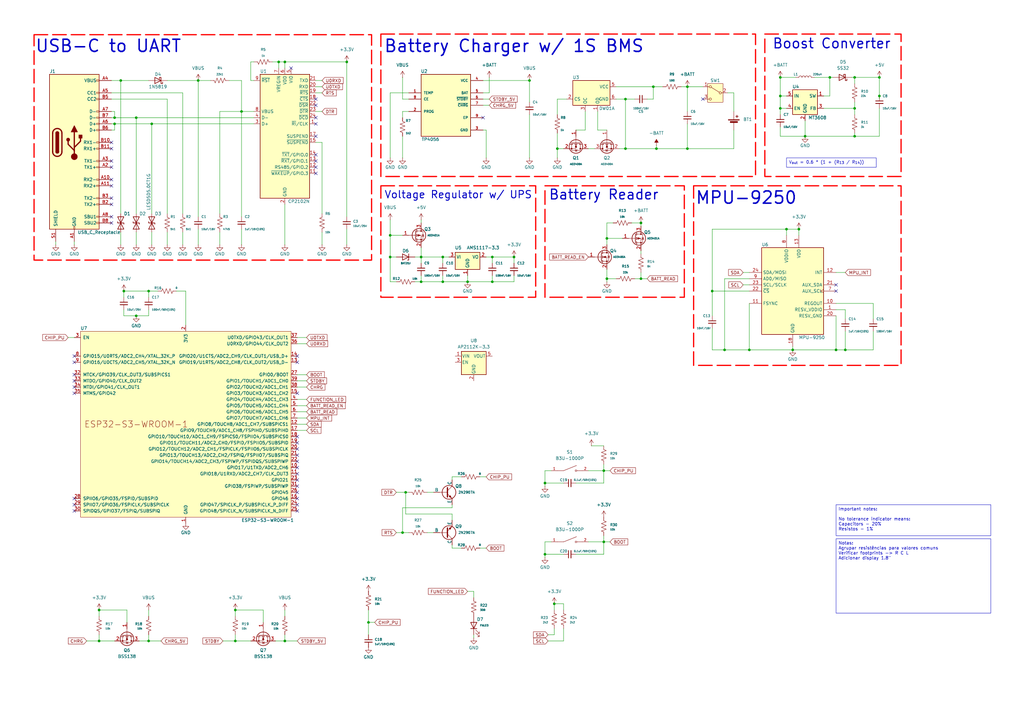
<source format=kicad_sch>
(kicad_sch (version 20231120) (generator "eeschema") (generator_version "8.0")
  (paper "A3")
  (title_block (title "IMU-RC Hand Unit") (date "2024-10-17") (rev "1.04") (company "ESTG-IPL"))
  (junction (at 322.58 93.98))
  (junction (at 350.52 55.88))
  (junction (at 81.28 33.02))
  (junction (at 172.72 115.57))
  (junction (at 262.89 114.3))
  (junction (at 228.6 60.96))
  (junction (at 217.17 33.02))
  (junction (at 281.94 60.96))
  (junction (at 320.04 31.75))
  (junction (at 248.92 97.79))
  (junction (at 60.96 119.38))
  (junction (at 181.61 115.57))
  (junction (at 223.52 198.12))
  (junction (at 320.04 39.37))
  (junction (at 46.99 48.26))
  (junction (at 46.99 50.8))
  (junction (at 269.24 60.96))
  (junction (at 49.53 33.02))
  (junction (at 256.54 60.96))
  (junction (at 96.52 262.89))
  (junction (at 160.02 105.41))
  (junction (at 201.93 105.41))
  (junction (at 96.52 250.19))
  (junction (at 262.89 91.44))
  (junction (at 267.97 35.56))
  (junction (at 346.71 143.51))
  (junction (at 62.23 50.8))
  (junction (at 360.68 39.37))
  (junction (at 142.24 25.4))
  (junction (at 248.92 114.3))
  (junction (at 166.37 201.93))
  (junction (at 201.93 115.57))
  (junction (at 55.88 48.26))
  (junction (at 116.84 25.4))
  (junction (at 40.64 262.89))
  (junction (at 223.52 227.33))
  (junction (at 160.02 96.52))
  (junction (at 210.82 105.41))
  (junction (at 297.18 143.51))
  (junction (at 281.94 35.56))
  (junction (at 256.54 40.64))
  (junction (at 350.52 31.75))
  (junction (at 181.61 105.41))
  (junction (at 55.88 129.54))
  (junction (at 165.1 218.44))
  (junction (at 307.34 143.51))
  (junction (at 350.52 44.45))
  (junction (at 342.9 143.51))
  (junction (at 247.65 193.04))
  (junction (at 320.04 44.45))
  (junction (at 151.13 255.27))
  (junction (at 325.12 143.51))
  (junction (at 114.3 25.4))
  (junction (at 340.36 31.75))
  (junction (at 360.68 31.75))
  (junction (at 327.66 93.98))
  (junction (at 227.33 247.65))
  (junction (at 50.8 119.38))
  (junction (at 116.84 262.89))
  (junction (at 330.2 55.88))
  (junction (at 172.72 105.41))
  (junction (at 60.96 262.89))
  (junction (at 292.1 119.38))
  (junction (at 191.77 115.57))
  (junction (at 99.06 45.72))
  (junction (at 247.65 222.25))
  (junction (at 40.64 250.19))
  (no_connect (at 288.29 40.64))
  (no_connect (at 30.48 153.67))
  (no_connect (at 121.92 161.29))
  (no_connect (at 121.92 184.15))
  (no_connect (at 121.92 148.59))
  (no_connect (at 45.72 66.04))
  (no_connect (at 129.54 66.04))
  (no_connect (at 30.48 146.05))
  (no_connect (at 45.72 58.42))
  (no_connect (at 121.92 191.77))
  (no_connect (at 121.92 204.47))
  (no_connect (at 129.54 40.64))
  (no_connect (at 45.72 60.96))
  (no_connect (at 30.48 156.21))
  (no_connect (at 129.54 48.26))
  (no_connect (at 129.54 63.5))
  (no_connect (at 45.72 68.58))
  (no_connect (at 121.92 186.69))
  (no_connect (at 30.48 148.59))
  (no_connect (at 45.72 73.66))
  (no_connect (at 121.92 209.55))
  (no_connect (at 45.72 81.28))
  (no_connect (at 30.48 204.47))
  (no_connect (at 121.92 194.31))
  (no_connect (at 30.48 209.55))
  (no_connect (at 342.9 119.38))
  (no_connect (at 342.9 116.84))
  (no_connect (at 45.72 76.2))
  (no_connect (at 121.92 201.93))
  (no_connect (at 30.48 158.75))
  (no_connect (at 129.54 43.18))
  (no_connect (at 119.38 27.94))
  (no_connect (at 129.54 71.12))
  (no_connect (at 45.72 91.44))
  (no_connect (at 129.54 68.58))
  (no_connect (at 45.72 83.82))
  (no_connect (at 129.54 50.8))
  (no_connect (at 121.92 207.01))
  (no_connect (at 121.92 179.07))
  (no_connect (at 129.54 55.88))
  (no_connect (at 30.48 207.01))
  (no_connect (at 121.92 189.23))
  (no_connect (at 121.92 181.61))
  (no_connect (at 198.12 48.26))
  (no_connect (at 121.92 199.39))
  (no_connect (at 121.92 146.05))
  (no_connect (at 45.72 88.9))
  (no_connect (at 30.48 161.29))
  (no_connect (at 121.92 196.85))
  (wire (pts (xy 162.56 218.44) (xy 165.1 218.44)))
  (wire (pts (xy 262.89 91.44) (xy 262.89 92.71)))
  (wire (pts (xy 160.02 38.1) (xy 167.64 38.1)))
  (wire (pts (xy 99.06 45.72) (xy 99.06 88.9)))
  (wire (pts (xy 196.85 195.58) (xy 199.39 195.58)))
  (wire (pts (xy 45.72 33.02) (xy 49.53 33.02)))
  (wire (pts (xy 55.88 87.63) (xy 55.88 48.26)))
  (wire (pts (xy 60.96 262.89) (xy 60.96 260.35)))
  (wire (pts (xy 224.79 260.35) (xy 227.33 260.35)))
  (wire (pts (xy 223.52 198.12) (xy 223.52 193.04)))
  (wire (pts (xy 40.64 262.89) (xy 35.56 262.89)))
  (wire (pts (xy 102.87 25.4) (xy 104.14 25.4)))
  (wire (pts (xy 166.37 210.82) (xy 166.37 201.93)))
  (wire (pts (xy 129.54 45.72) (xy 132.08 45.72)))
  (wire (pts (xy 191.77 113.03) (xy 191.77 115.57)))
  (wire (pts (xy 292.1 119.38) (xy 307.34 119.38)))
  (wire (pts (xy 99.06 93.98) (xy 99.06 100.33)))
  (wire (pts (xy 346.71 130.81) (xy 346.71 127)))
  (wire (pts (xy 342.9 129.54) (xy 342.9 143.51)))
  (wire (pts (xy 114.3 25.4) (xy 111.76 25.4)))
  (wire (pts (xy 304.8 116.84) (xy 307.34 116.84)))
  (wire (pts (xy 228.6 60.96) (xy 231.14 60.96)))
  (wire (pts (xy 228.6 54.61) (xy 228.6 60.96)))
  (wire (pts (xy 297.18 143.51) (xy 307.34 143.51)))
  (wire (pts (xy 57.15 262.89) (xy 60.96 262.89)))
  (wire (pts (xy 198.12 33.02) (xy 217.17 33.02)))
  (wire (pts (xy 281.94 35.56) (xy 288.29 35.56)))
  (wire (pts (xy 247.65 190.5) (xy 247.65 193.04)))
  (wire (pts (xy 172.72 105.41) (xy 181.61 105.41)))
  (wire (pts (xy 325.12 142.24) (xy 325.12 143.51)))
  (wire (pts (xy 116.84 250.19) (xy 116.84 252.73)))
  (wire (pts (xy 49.53 33.02) (xy 49.53 87.63)))
  (wire (pts (xy 129.54 33.02) (xy 132.08 33.02)))
  (wire (pts (xy 358.14 135.89) (xy 358.14 143.51)))
  (wire (pts (xy 121.92 153.67) (xy 125.73 153.67)))
  (wire (pts (xy 198.12 43.18) (xy 200.66 43.18)))
  (wire (pts (xy 129.54 35.56) (xy 132.08 35.56)))
  (wire (pts (xy 256.54 40.64) (xy 256.54 60.96)))
  (wire (pts (xy 248.92 97.79) (xy 255.27 97.79)))
  (wire (pts (xy 165.1 208.28) (xy 165.1 218.44)))
  (wire (pts (xy 300.99 38.1) (xy 300.99 45.72)))
  (wire (pts (xy 30.48 100.33) (xy 30.48 99.06)))
  (wire (pts (xy 281.94 35.56) (xy 281.94 45.72)))
  (wire (pts (xy 360.68 40.64) (xy 360.68 39.37)))
  (wire (pts (xy 165.1 40.64) (xy 167.64 40.64)))
  (wire (pts (xy 297.18 114.3) (xy 297.18 143.51)))
  (wire (pts (xy 151.13 250.19) (xy 151.13 255.27)))
  (wire (pts (xy 201.93 107.95) (xy 201.93 105.41)))
  (wire (pts (xy 60.96 262.89) (xy 66.04 262.89)))
  (wire (pts (xy 160.02 96.52) (xy 165.1 96.52)))
  (wire (pts (xy 132.08 58.42) (xy 129.54 58.42)))
  (wire (pts (xy 340.36 31.75) (xy 334.01 31.75)))
  (wire (pts (xy 247.65 182.88) (xy 242.57 182.88)))
  (wire (pts (xy 248.92 114.3) (xy 248.92 115.57)))
  (wire (pts (xy 46.99 50.8) (xy 46.99 53.34)))
  (wire (pts (xy 267.97 35.56) (xy 271.78 35.56)))
  (wire (pts (xy 181.61 105.41) (xy 181.61 107.95)))
  (wire (pts (xy 142.24 25.4) (xy 142.24 88.9)))
  (wire (pts (xy 81.28 88.9) (xy 81.28 33.02)))
  (wire (pts (xy 160.02 90.17) (xy 160.02 96.52)))
  (wire (pts (xy 185.42 210.82) (xy 166.37 210.82)))
  (wire (pts (xy 185.42 207.01) (xy 185.42 208.28)))
  (wire (pts (xy 248.92 53.34) (xy 245.11 53.34)))
  (wire (pts (xy 181.61 115.57) (xy 181.61 113.03)))
  (wire (pts (xy 142.24 93.98) (xy 142.24 100.33)))
  (wire (pts (xy 50.8 119.38) (xy 50.8 121.92)))
  (wire (pts (xy 346.71 127) (xy 342.9 127)))
  (wire (pts (xy 262.89 102.87) (xy 262.89 104.14)))
  (wire (pts (xy 320.04 39.37) (xy 320.04 44.45)))
  (wire (pts (xy 45.72 48.26) (xy 46.99 48.26)))
  (wire (pts (xy 269.24 59.69) (xy 269.24 60.96)))
  (wire (pts (xy 250.19 193.04) (xy 247.65 193.04)))
  (wire (pts (xy 185.42 195.58) (xy 189.23 195.58)))
  (wire (pts (xy 327.66 96.52) (xy 327.66 93.98)))
  (wire (pts (xy 320.04 31.75) (xy 320.04 39.37)))
  (wire (pts (xy 267.97 40.64) (xy 267.97 35.56)))
  (wire (pts (xy 250.19 222.25) (xy 247.65 222.25)))
  (wire (pts (xy 60.96 121.92) (xy 60.96 119.38)))
  (wire (pts (xy 121.92 176.53) (xy 125.73 176.53)))
  (wire (pts (xy 90.17 45.72) (xy 99.06 45.72)))
  (wire (pts (xy 350.52 44.45) (xy 350.52 46.99)))
  (wire (pts (xy 151.13 255.27) (xy 151.13 260.35)))
  (wire (pts (xy 55.88 48.26) (xy 104.14 48.26)))
  (wire (pts (xy 201.93 113.03) (xy 201.93 115.57)))
  (wire (pts (xy 350.52 31.75) (xy 360.68 31.75)))
  (wire (pts (xy 116.84 27.94) (xy 116.84 25.4)))
  (wire (pts (xy 160.02 105.41) (xy 160.02 96.52)))
  (wire (pts (xy 170.18 115.57) (xy 172.72 115.57)))
  (wire (pts (xy 304.8 111.76) (xy 307.34 111.76)))
  (wire (pts (xy 320.04 39.37) (xy 322.58 39.37)))
  (wire (pts (xy 121.92 156.21) (xy 125.73 156.21)))
  (wire (pts (xy 248.92 91.44) (xy 248.92 97.79)))
  (wire (pts (xy 167.64 201.93) (xy 166.37 201.93)))
  (wire (pts (xy 116.84 262.89) (xy 121.92 262.89)))
  (wire (pts (xy 217.17 46.99) (xy 217.17 64.77)))
  (wire (pts (xy 46.99 48.26) (xy 55.88 48.26)))
  (wire (pts (xy 107.95 255.27) (xy 107.95 250.19)))
  (wire (pts (xy 241.3 60.96) (xy 243.84 60.96)))
  (wire (pts (xy 96.52 262.89) (xy 96.52 260.35)))
  (wire (pts (xy 248.92 114.3) (xy 252.73 114.3)))
  (wire (pts (xy 40.64 262.89) (xy 46.99 262.89)))
  (wire (pts (xy 269.24 60.96) (xy 281.94 60.96)))
  (wire (pts (xy 251.46 91.44) (xy 248.92 91.44)))
  (wire (pts (xy 165.1 55.88) (xy 165.1 64.77)))
  (wire (pts (xy 185.42 196.85) (xy 185.42 195.58)))
  (wire (pts (xy 322.58 93.98) (xy 327.66 93.98)))
  (wire (pts (xy 228.6 40.64) (xy 232.41 40.64)))
  (wire (pts (xy 201.93 115.57) (xy 210.82 115.57)))
  (wire (pts (xy 262.89 114.3) (xy 265.43 114.3)))
  (wire (pts (xy 292.1 93.98) (xy 292.1 119.38)))
  (wire (pts (xy 224.79 262.89) (xy 231.14 262.89)))
  (wire (pts (xy 68.58 40.64) (xy 45.72 40.64)))
  (wire (pts (xy 151.13 255.27) (xy 153.67 255.27)))
  (wire (pts (xy 358.14 124.46) (xy 358.14 130.81)))
  (wire (pts (xy 72.39 119.38) (xy 76.2 119.38)))
  (wire (pts (xy 337.82 39.37) (xy 340.36 39.37)))
  (wire (pts (xy 81.28 33.02) (xy 86.36 33.02)))
  (wire (pts (xy 74.93 95.25) (xy 74.93 100.33)))
  (wire (pts (xy 231.14 247.65) (xy 231.14 250.19)))
  (wire (pts (xy 292.1 93.98) (xy 322.58 93.98)))
  (wire (pts (xy 252.73 40.64) (xy 256.54 40.64)))
  (wire (pts (xy 201.93 105.41) (xy 210.82 105.41)))
  (wire (pts (xy 121.92 158.75) (xy 125.73 158.75)))
  (wire (pts (xy 60.96 129.54) (xy 55.88 129.54)))
  (wire (pts (xy 160.02 105.41) (xy 162.56 105.41)))
  (wire (pts (xy 165.1 45.72) (xy 165.1 48.26)))
  (wire (pts (xy 49.53 95.25) (xy 49.53 100.33)))
  (wire (pts (xy 62.23 87.63) (xy 62.23 50.8)))
  (wire (pts (xy 210.82 107.95) (xy 210.82 105.41)))
  (wire (pts (xy 307.34 143.51) (xy 325.12 143.51)))
  (wire (pts (xy 46.99 53.34) (xy 45.72 53.34)))
  (wire (pts (xy 60.96 250.19) (xy 60.96 252.73)))
  (wire (pts (xy 45.72 50.8) (xy 46.99 50.8)))
  (wire (pts (xy 247.65 227.33) (xy 247.65 222.25)))
  (wire (pts (xy 228.6 60.96) (xy 228.6 64.77)))
  (wire (pts (xy 240.03 53.34) (xy 240.03 45.72)))
  (wire (pts (xy 262.89 114.3) (xy 262.89 111.76)))
  (wire (pts (xy 160.02 64.77) (xy 160.02 38.1)))
  (wire (pts (xy 245.11 53.34) (xy 245.11 45.72)))
  (wire (pts (xy 172.72 101.6) (xy 172.72 105.41)))
  (wire (pts (xy 102.87 33.02) (xy 102.87 25.4)))
  (wire (pts (xy 40.64 250.19) (xy 40.64 252.73)))
  (wire (pts (xy 172.72 115.57) (xy 181.61 115.57)))
  (wire (pts (xy 121.92 166.37) (xy 125.73 166.37)))
  (wire (pts (xy 99.06 33.02) (xy 99.06 45.72)))
  (wire (pts (xy 330.2 55.88) (xy 330.2 49.53)))
  (wire (pts (xy 74.93 87.63) (xy 74.93 38.1)))
  (wire (pts (xy 322.58 96.52) (xy 322.58 93.98)))
  (wire (pts (xy 346.71 135.89) (xy 346.71 143.51)))
  (wire (pts (xy 340.36 39.37) (xy 340.36 31.75)))
  (wire (pts (xy 185.42 213.36) (xy 185.42 210.82)))
  (wire (pts (xy 68.58 33.02) (xy 81.28 33.02)))
  (wire (pts (xy 252.73 35.56) (xy 267.97 35.56)))
  (wire (pts (xy 46.99 45.72) (xy 45.72 45.72)))
  (wire (pts (xy 49.53 33.02) (xy 60.96 33.02)))
  (wire (pts (xy 170.18 105.41) (xy 172.72 105.41)))
  (wire (pts (xy 320.04 55.88) (xy 320.04 52.07)))
  (wire (pts (xy 46.99 50.8) (xy 62.23 50.8)))
  (wire (pts (xy 256.54 60.96) (xy 269.24 60.96)))
  (wire (pts (xy 160.02 105.41) (xy 160.02 115.57)))
  (wire (pts (xy 172.72 90.17) (xy 172.72 91.44)))
  (wire (pts (xy 337.82 44.45) (xy 350.52 44.45)))
  (wire (pts (xy 172.72 113.03) (xy 172.72 115.57)))
  (wire (pts (xy 231.14 262.89) (xy 231.14 257.81)))
  (wire (pts (xy 350.52 31.75) (xy 350.52 34.29)))
  (wire (pts (xy 320.04 31.75) (xy 326.39 31.75)))
  (wire (pts (xy 247.65 219.71) (xy 247.65 222.25)))
  (wire (pts (xy 96.52 250.19) (xy 96.52 252.73)))
  (wire (pts (xy 62.23 95.25) (xy 62.23 100.33)))
  (wire (pts (xy 248.92 100.33) (xy 248.92 97.79)))
  (wire (pts (xy 228.6 46.99) (xy 228.6 40.64)))
  (wire (pts (xy 281.94 60.96) (xy 300.99 60.96)))
  (wire (pts (xy 279.4 35.56) (xy 281.94 35.56)))
  (wire (pts (xy 320.04 44.45) (xy 320.04 46.99)))
  (wire (pts (xy 62.23 50.8) (xy 104.14 50.8)))
  (wire (pts (xy 165.1 45.72) (xy 167.64 45.72)))
  (wire (pts (xy 68.58 87.63) (xy 68.58 40.64)))
  (wire (pts (xy 90.17 45.72) (xy 90.17 87.63)))
  (wire (pts (xy 68.58 95.25) (xy 68.58 100.33)))
  (wire (pts (xy 175.26 201.93) (xy 177.8 201.93)))
  (wire (pts (xy 320.04 55.88) (xy 330.2 55.88)))
  (wire (pts (xy 55.88 129.54) (xy 50.8 129.54)))
  (wire (pts (xy 300.99 60.96) (xy 300.99 53.34)))
  (wire (pts (xy 360.68 44.45) (xy 360.68 55.88)))
  (wire (pts (xy 175.26 218.44) (xy 177.8 218.44)))
  (wire (pts (xy 50.8 119.38) (xy 60.96 119.38)))
  (wire (pts (xy 236.22 53.34) (xy 240.03 53.34)))
  (wire (pts (xy 172.72 107.95) (xy 172.72 105.41)))
  (wire (pts (xy 292.1 129.54) (xy 292.1 119.38)))
  (wire (pts (xy 96.52 262.89) (xy 102.87 262.89)))
  (wire (pts (xy 113.03 262.89) (xy 116.84 262.89)))
  (wire (pts (xy 198.12 40.64) (xy 200.66 40.64)))
  (wire (pts (xy 121.92 140.97) (xy 125.73 140.97)))
  (wire (pts (xy 256.54 40.64) (xy 260.35 40.64)))
  (wire (pts (xy 52.07 250.19) (xy 40.64 250.19)))
  (wire (pts (xy 292.1 134.62) (xy 292.1 143.51)))
  (wire (pts (xy 342.9 111.76) (xy 346.71 111.76)))
  (wire (pts (xy 247.65 198.12) (xy 247.65 193.04)))
  (wire (pts (xy 60.96 127) (xy 60.96 129.54)))
  (wire (pts (xy 40.64 262.89) (xy 40.64 260.35)))
  (wire (pts (xy 121.92 173.99) (xy 125.73 173.99)))
  (wire (pts (xy 342.9 124.46) (xy 358.14 124.46)))
  (wire (pts (xy 96.52 262.89) (xy 91.44 262.89)))
  (wire (pts (xy 227.33 247.65) (xy 231.14 247.65)))
  (wire (pts (xy 320.04 44.45) (xy 322.58 44.45)))
  (wire (pts (xy 350.52 41.91) (xy 350.52 44.45)))
  (wire (pts (xy 185.42 208.28) (xy 165.1 208.28)))
  (wire (pts (xy 121.92 163.83) (xy 125.73 163.83)))
  (wire (pts (xy 223.52 227.33) (xy 231.14 227.33)))
  (wire (pts (xy 107.95 250.19) (xy 96.52 250.19)))
  (wire (pts (xy 350.52 54.61) (xy 350.52 55.88)))
  (wire (pts (xy 198.12 38.1) (xy 200.66 38.1)))
  (wire (pts (xy 201.93 115.57) (xy 191.77 115.57)))
  (wire (pts (xy 265.43 40.64) (xy 267.97 40.64)))
  (wire (pts (xy 45.72 38.1) (xy 74.93 38.1)))
  (wire (pts (xy 217.17 33.02) (xy 217.17 41.91)))
  (wire (pts (xy 236.22 227.33) (xy 247.65 227.33)))
  (wire (pts (xy 346.71 143.51) (xy 342.9 143.51)))
  (wire (pts (xy 360.68 39.37) (xy 360.68 31.75)))
  (wire (pts (xy 223.52 193.04) (xy 226.06 193.04)))
  (wire (pts (xy 129.54 38.1) (xy 132.08 38.1)))
  (wire (pts (xy 104.14 33.02) (xy 102.87 33.02)))
  (wire (pts (xy 200.66 38.1) (xy 200.66 31.75)))
  (wire (pts (xy 307.34 114.3) (xy 297.18 114.3)))
  (wire (pts (xy 90.17 95.25) (xy 90.17 100.33)))
  (wire (pts (xy 121.92 171.45) (xy 125.73 171.45)))
  (wire (pts (xy 191.77 242.57) (xy 194.31 242.57)))
  (wire (pts (xy 259.08 91.44) (xy 262.89 91.44)))
  (wire (pts (xy 50.8 129.54) (xy 50.8 127)))
  (wire (pts (xy 199.39 53.34) (xy 198.12 53.34)))
  (wire (pts (xy 307.34 124.46) (xy 307.34 143.51)))
  (wire (pts (xy 360.68 55.88) (xy 350.52 55.88)))
  (wire (pts (xy 210.82 113.03) (xy 210.82 115.57)))
  (wire (pts (xy 160.02 115.57) (xy 162.56 115.57)))
  (wire (pts (xy 241.3 222.25) (xy 247.65 222.25)))
  (wire (pts (xy 99.06 45.72) (xy 104.14 45.72)))
  (wire (pts (xy 121.92 138.43) (xy 125.73 138.43)))
  (wire (pts (xy 227.33 250.19) (xy 227.33 247.65)))
  (wire (pts (xy 241.3 193.04) (xy 247.65 193.04)))
  (wire (pts (xy 185.42 224.79) (xy 189.23 224.79)))
  (wire (pts (xy 116.84 262.89) (xy 116.84 260.35)))
  (wire (pts (xy 248.92 110.49) (xy 248.92 114.3)))
  (wire (pts (xy 223.52 198.12) (xy 231.14 198.12)))
  (wire (pts (xy 162.56 201.93) (xy 166.37 201.93)))
  (wire (pts (xy 223.52 199.39) (xy 223.52 198.12)))
  (wire (pts (xy 22.86 99.06) (xy 22.86 100.33)))
  (wire (pts (xy 116.84 83.82) (xy 116.84 100.33)))
  (wire (pts (xy 27.94 138.43) (xy 30.48 138.43)))
  (wire (pts (xy 236.22 198.12) (xy 247.65 198.12)))
  (wire (pts (xy 81.28 93.98) (xy 81.28 100.33)))
  (wire (pts (xy 114.3 27.94) (xy 114.3 25.4)))
  (wire (pts (xy 292.1 143.51) (xy 297.18 143.51)))
  (wire (pts (xy 194.31 261.62) (xy 194.31 260.35)))
  (wire (pts (xy 60.96 119.38) (xy 64.77 119.38)))
  (wire (pts (xy 116.84 25.4) (xy 114.3 25.4)))
  (wire (pts (xy 340.36 31.75) (xy 341.63 31.75)))
  (wire (pts (xy 194.31 242.57) (xy 194.31 245.11)))
  (wire (pts (xy 223.52 228.6) (xy 223.52 227.33)))
  (wire (pts (xy 201.93 105.41) (xy 199.39 105.41)))
  (wire (pts (xy 349.25 31.75) (xy 350.52 31.75)))
  (wire (pts (xy 165.1 31.75) (xy 165.1 40.64)))
  (wire (pts (xy 223.52 227.33) (xy 223.52 222.25)))
  (wire (pts (xy 165.1 218.44) (xy 167.64 218.44)))
  (wire (pts (xy 52.07 255.27) (xy 52.07 250.19)))
  (wire (pts (xy 116.84 25.4) (xy 142.24 25.4)))
  (wire (pts (xy 199.39 64.77) (xy 199.39 53.34)))
  (wire (pts (xy 254 60.96) (xy 256.54 60.96)))
  (wire (pts (xy 300.99 38.1) (xy 298.45 38.1)))
  (wire (pts (xy 185.42 223.52) (xy 185.42 224.79)))
  (wire (pts (xy 46.99 48.26) (xy 46.99 45.72)))
  (wire (pts (xy 223.52 222.25) (xy 226.06 222.25)))
  (wire (pts (xy 191.77 115.57) (xy 181.61 115.57)))
  (wire (pts (xy 76.2 119.38) (xy 76.2 133.35)))
  (wire (pts (xy 132.08 87.63) (xy 132.08 58.42)))
  (wire (pts (xy 330.2 55.88) (xy 350.52 55.88)))
  (wire (pts (xy 55.88 95.25) (xy 55.88 100.33)))
  (wire (pts (xy 132.08 95.25) (xy 132.08 100.33)))
  (wire (pts (xy 93.98 33.02) (xy 99.06 33.02)))
  (wire (pts (xy 358.14 143.51) (xy 346.71 143.51)))
  (wire (pts (xy 181.61 105.41) (xy 184.15 105.41)))
  (wire (pts (xy 260.35 114.3) (xy 262.89 114.3)))
  (wire (pts (xy 227.33 260.35) (xy 227.33 257.81)))
  (wire (pts (xy 281.94 50.8) (xy 281.94 60.96)))
  (wire (pts (xy 121.92 168.91) (xy 125.73 168.91)))
  (wire (pts (xy 196.85 224.79) (xy 199.39 224.79)))
  (wire (pts (xy 342.9 143.51) (xy 325.12 143.51)))
  (rectangle (start 156.21 76.2) (end 219.71 121.92) (stroke (width 0.508) (type dash) (color 255 0 0 1)))
  (rectangle (start 313.69 13.97) (end 369.57 72.39) (stroke (width 0.508) (type dash) (color 255 0 0 1)))
  (rectangle (start 156.21 13.97) (end 309.88 72.39) (stroke (width 0.508) (type dash) (color 255 0 0 1)))
  (rectangle (start 284.48 76.2) (end 369.57 149.86) (stroke (width 0.508) (type dash) (color 255 0 0 1)))
  (rectangle (start 13.97 14.224) (end 152.4 106.68) (stroke (width 0.508) (type dash) (color 255 0 0 1)))
  (rectangle (start 223.52 76.2) (end 280.67 121.92) (stroke (width 0.508) (type dash) (color 255 0 0 1)))
  (text_box "V_{out} = 0.6 * (1 + (R_{13} / R_{14}))" (at 322.58 64.77 0) (size 36.83 3.81) (effects (font (size 1.27 1.27)) (justify left top)))
  (text_box "Notas:\nAgrupar resistências para valores comuns\nVerificar footprints -> R C L\nAdicionar display 1.8\"" (at 342.9 220.98 0) (size 63.5 30.48) (effects (font (size 1.27 1.27) (thickness 0.1588)) (justify left top)))
  (text_box "Important notes:\n\nNo tolerance indicator means:\nCapacitors - 20%\nResistos - 1%" (at 342.9 207.01 0) (size 63.5 12.7) (effects (font (size 1.27 1.27) (thickness 0.1588)) (justify left top)))
  (text "Voltage Regulator w/ UPS" (at 187.96 80.01 0) (effects (font (size 3 3) (thickness 0.375))))
  (text "Battery Charger w/ 1S BMS\n" (at 210.82 19.05 0) (effects (font (size 5 5) (thickness 0.625))))
  (text "USB-C to UART" (at 44.45 19.05 0) (effects (font (size 5 5) (thickness 0.625))))
  (text "Battery Reader\n" (at 247.65 80.01 0) (effects (font (size 4 4) (thickness 0.5))))
  (text "Boost Converter\n" (at 341.122 18.034 0) (effects (font (size 4 4) (thickness 0.5))))
  (text "MPU-9250\n" (at 306.07 81.28 0) (effects (font (size 5 5) (thickness 0.625))))
  (global_label "SDA" (shape input) (at 125.73 173.99 0) (property "Intersheetrefs" "${INTERSHEET_REFS}" (effects (hide yes))))
  (global_label "BOOT" (shape input) (at 250.19 222.25 0) (property "Intersheetrefs" "${INTERSHEET_REFS}" (effects (hide yes))))
  (global_label "BATT_READ_EN" (shape input) (at 125.73 166.37 0) (property "Intersheetrefs" "${INTERSHEET_REFS}" (effects (hide yes))))
  (global_label "CHIP_PU" (shape input) (at 27.94 138.43 180) (property "Intersheetrefs" "${INTERSHEET_REFS}" (effects (hide yes))))
  (global_label "FUNCTION_LED" (shape input) (at 125.73 163.83 0) (property "Intersheetrefs" "${INTERSHEET_REFS}" (effects (hide yes))))
  (global_label "BATT_READ" (shape input) (at 265.43 114.3 0) (property "Intersheetrefs" "${INTERSHEET_REFS}" (effects (hide yes))))
  (global_label "SCL" (shape input) (at 304.8 116.84 180) (property "Intersheetrefs" "${INTERSHEET_REFS}" (effects (hide yes))))
  (global_label "CHIP_PU" (shape input) (at 199.39 195.58 0) (property "Intersheetrefs" "${INTERSHEET_REFS}" (effects (hide yes))))
  (global_label "CHIP_PU" (shape input) (at 250.19 193.04 0) (property "Intersheetrefs" "${INTERSHEET_REFS}" (effects (hide yes))))
  (global_label "MPU_INT" (shape input) (at 346.71 111.76 0) (property "Intersheetrefs" "${INTERSHEET_REFS}" (effects (hide yes))))
  (global_label "STDBY" (shape input) (at 125.73 156.21 0) (property "Intersheetrefs" "${INTERSHEET_REFS}" (effects (hide yes))))
  (global_label "FUNCTION_LED" (shape input) (at 191.77 242.57 180) (property "Intersheetrefs" "${INTERSHEET_REFS}" (effects (hide yes))))
  (global_label "SDA" (shape input) (at 224.79 260.35 180) (property "Intersheetrefs" "${INTERSHEET_REFS}" (effects (hide yes))))
  (global_label "RTS" (shape input) (at 162.56 218.44 180) (property "Intersheetrefs" "${INTERSHEET_REFS}" (effects (hide yes))))
  (global_label "CHRG" (shape input) (at 125.73 158.75 0) (property "Intersheetrefs" "${INTERSHEET_REFS}" (effects (hide yes))))
  (global_label "CHIP_PU" (shape input) (at 153.67 255.27 0) (property "Intersheetrefs" "${INTERSHEET_REFS}" (effects (hide yes))))
  (global_label "CHRG_5V" (shape input) (at 66.04 262.89 0) (property "Intersheetrefs" "${INTERSHEET_REFS}" (effects (hide yes))))
  (global_label "STDBY" (shape input) (at 91.44 262.89 180) (property "Intersheetrefs" "${INTERSHEET_REFS}" (effects (hide yes))))
  (global_label "SCL" (shape input) (at 224.79 262.89 180) (property "Intersheetrefs" "${INTERSHEET_REFS}" (effects (hide yes))))
  (global_label "CHRG_5V" (shape input) (at 200.66 43.18 0) (property "Intersheetrefs" "${INTERSHEET_REFS}" (effects (hide yes))))
  (global_label "SDA" (shape input) (at 304.8 111.76 180) (property "Intersheetrefs" "${INTERSHEET_REFS}" (effects (hide yes))))
  (global_label "BATT_READ" (shape input) (at 125.73 168.91 0) (property "Intersheetrefs" "${INTERSHEET_REFS}" (effects (hide yes))))
  (global_label "BOOT" (shape input) (at 199.39 224.79 0) (property "Intersheetrefs" "${INTERSHEET_REFS}" (effects (hide yes))))
  (global_label "BOOT" (shape input) (at 125.73 153.67 0) (property "Intersheetrefs" "${INTERSHEET_REFS}" (effects (hide yes))))
  (global_label "DTR" (shape input) (at 162.56 201.93 180) (property "Intersheetrefs" "${INTERSHEET_REFS}" (effects (hide yes))))
  (global_label "RTS" (shape input) (at 132.08 38.1 0) (property "Intersheetrefs" "${INTERSHEET_REFS}" (effects (hide yes))))
  (global_label "SCL" (shape input) (at 125.73 176.53 0) (property "Intersheetrefs" "${INTERSHEET_REFS}" (effects (hide yes))))
  (global_label "STDBY_5V" (shape input) (at 121.92 262.89 0) (property "Intersheetrefs" "${INTERSHEET_REFS}" (effects (hide yes))))
  (global_label "MPU_INT" (shape input) (at 125.73 171.45 0) (property "Intersheetrefs" "${INTERSHEET_REFS}" (effects (hide yes))))
  (global_label "BATT_READ_EN" (shape input) (at 241.3 105.41 180) (property "Intersheetrefs" "${INTERSHEET_REFS}" (effects (hide yes))))
  (global_label "DTR" (shape input) (at 132.08 45.72 0) (property "Intersheetrefs" "${INTERSHEET_REFS}" (effects (hide yes))))
  (global_label "CHRG" (shape input) (at 35.56 262.89 180) (property "Intersheetrefs" "${INTERSHEET_REFS}" (effects (hide yes))))
  (global_label "U0RXD" (shape input) (at 132.08 33.02 0) (property "Intersheetrefs" "${INTERSHEET_REFS}" (effects (hide yes))))
  (global_label "U0TXD" (shape input) (at 125.73 138.43 0) (property "Intersheetrefs" "${INTERSHEET_REFS}" (effects (hide yes))))
  (global_label "U0RXD" (shape input) (at 125.73 140.97 0) (property "Intersheetrefs" "${INTERSHEET_REFS}" (effects (hide yes))))
  (global_label "STDBY_5V" (shape input) (at 200.66 40.64 0) (property "Intersheetrefs" "${INTERSHEET_REFS}" (effects (hide yes))))
  (global_label "U0TXD" (shape input) (at 132.08 35.56 0) (property "Intersheetrefs" "${INTERSHEET_REFS}" (effects (hide yes))))
  (symbol (lib_id "power:GND") (at 74.93 100.33 0) (unit 1)
    (property "Reference" "#PWR036" (effects (hide yes)))
    (property "Value" "GND" (at 74.93 104.14 0))
    (property "Description" "Power symbol creates a global label with name \"GND\" , ground" (effects (hide yes)))
  )
  (symbol (lib_id "Device:C_Small") (at 210.82 110.49 0) (unit 1)
    (property "Reference" "C12" (at 212.09 107.95 0) (effects (font (size 1 1)) (justify left)))
    (property "Value" "10uF/16V" (at 212.09 113.03 0) (effects (font (size 0.75 0.75)) (justify left)))
    (property "Footprint" "Capacitor_SMD:C_0805_2012Metric" (effects (hide yes)))
  )
  (symbol (lib_id "power:GND") (at 68.58 100.33 0) (unit 1)
    (property "Reference" "#PWR032" (effects (hide yes)))
    (property "Value" "GND" (at 68.58 104.14 0))
    (property "Description" "Power symbol creates a global label with name \"GND\" , ground" (effects (hide yes)))
  )
  (symbol (lib_id "Device:R_US") (at 60.96 256.54 0) (mirror x) (unit 1)
    (property "Reference" "R18" (at 58.42 255.905 0) (effects (font (size 1 1)) (justify right)))
    (property "Value" "10k" (at 58.42 257.8099 0) (effects (font (size 0.75 0.75)) (justify right)))
    (property "Footprint" "Resistor_SMD:R_0805_2012Metric" (effects (hide yes)))
  )
  (symbol (lib_id "Device:R_US") (at 193.04 224.79 90) (unit 1)
    (property "Reference" "R28" (at 189.23 223.52 90) (effects (font (size 1 1))))
    (property "Value" "0" (at 196.85 223.52 90) (effects (font (size 0.75 0.75))))
    (property "Footprint" "Resistor_SMD:R_1206_3216Metric" (effects (hide yes)))
  )
  (symbol (lib_id "Diode:SS32") (at 345.44 31.75 180) (unit 1)
    (property "Reference" "D5" (at 345.7575 25.4 0))
    (property "Value" "SS32" (at 345.7575 27.94 0))
    (property "Footprint" "Diode_SMD:D_SMA" (effects (hide yes)))
    (property "Datasheet" "https://www.vishay.com/docs/88751/ss32.pdf" (effects (hide yes)))
    (property "Description" "20V 3A Schottky Diode, SMA" (effects (hide yes)))
  )
  (symbol (lib_id "Device:R_US") (at 40.64 256.54 180) (unit 1)
    (property "Reference" "R17" (at 43.18 255.905 0) (effects (font (size 1 1)) (justify right)))
    (property "Value" "10k" (at 43.18 257.8099 0) (effects (font (size 0.75 0.75)) (justify right)))
    (property "Footprint" "Resistor_SMD:R_0805_2012Metric" (effects (hide yes)))
  )
  (symbol (lib_id "power:+3.3V") (at 40.64 250.19 0) (unit 1)
    (property "Reference" "#PWR033" (effects (hide yes)))
    (property "Value" "+3.3V" (at 40.64 245.11 0))
    (property "Description" "Power symbol creates a global label with name \"+3.3V\"" (effects (hide yes)))
  )
  (symbol (lib_id "power:GND") (at 62.23 100.33 0) (unit 1)
    (property "Reference" "#PWR031" (effects (hide yes)))
    (property "Value" "GND" (at 62.23 104.14 0))
    (property "Description" "Power symbol creates a global label with name \"GND\" , ground" (effects (hide yes)))
  )
  (symbol (lib_id "Device:R_US") (at 194.31 248.92 180) (unit 1)
    (property "Reference" "R22" (at 196.85 248.285 0) (effects (font (size 1 1)) (justify right)))
    (property "Value" "300" (at 196.85 250.1899 0) (effects (font (size 0.75 0.75)) (justify right)))
    (property "Footprint" "Resistor_SMD:R_0805_2012Metric" (effects (hide yes)))
  )
  (symbol (lib_id "power:GND") (at 248.92 115.57 0) (unit 1)
    (property "Reference" "#PWR021" (effects (hide yes)))
    (property "Value" "GND" (at 248.92 119.38 0))
    (property "Description" "Power symbol creates a global label with name \"GND\" , ground" (effects (hide yes)))
  )
  (symbol (lib_id "Device:R_US") (at 165.1 52.07 0) (unit 1)
    (property "Reference" "R7" (at 166.37 49.53 0) (effects (font (size 1 1)) (justify left)))
    (property "Value" "1k2" (at 166.37 54.61 0) (effects (font (size 0.75 0.75)) (justify left)))
    (property "Footprint" "Resistor_SMD:R_0805_2012Metric" (effects (hide yes)))
  )
  (symbol (lib_id "Device:R_US") (at 350.52 50.8 180) (unit 1)
    (property "Reference" "R11" (at 353.06 50.165 0) (effects (font (size 1 1)) (justify right)))
    (property "Value" "3k" (at 353.06 52.0699 0) (effects (font (size 0.75 0.75)) (justify right)))
    (property "Footprint" "Resistor_SMD:R_0805_2012Metric" (effects (hide yes)))
  )
  (symbol (lib_id "power:VBUS") (at 116.84 250.19 0) (unit 1)
    (property "Reference" "#PWR035" (effects (hide yes)))
    (property "Value" "VBUS" (at 116.84 245.11 0))
    (property "Description" "Power symbol creates a global label with name \"VBUS\"" (effects (hide yes)))
  )
  (symbol (lib_id "power:+3.3V") (at 151.13 242.57 0) (unit 1)
    (property "Reference" "#PWR024" (effects (hide yes)))
    (property "Value" "+3.3V" (at 151.13 237.49 0))
    (property "Description" "Power symbol creates a global label with name \"+3.3V\"" (effects (hide yes)))
  )
  (symbol (lib_id "Device:R_US") (at 132.08 91.44 0) (mirror y) (unit 1)
    (property "Reference" "R6" (at 133.35 87.63 0) (effects (font (size 1 1)) (justify right)))
    (property "Value" "10k" (at 133.35 95.25 0) (effects (font (size 0.75 0.75)) (justify right)))
    (property "Footprint" "Resistor_SMD:R_0805_2012Metric" (effects (hide yes)))
  )
  (symbol (lib_id "Device:C_Small") (at 217.17 44.45 0) (unit 1)
    (property "Reference" "C4" (at 218.44 41.91 0) (effects (font (size 1 1)) (justify left)))
    (property "Value" "10uF/16V" (at 218.44 46.99 0) (effects (font (size 0.75 0.75)) (justify left)))
    (property "Footprint" "Capacitor_SMD:C_0805_2012Metric" (effects (hide yes)))
  )
  (symbol (lib_id "Transistor_FET:BSS138") (at 52.07 260.35 270) (unit 1)
    (property "Reference" "Q6" (at 52.07 266.7 90))
    (property "Value" "BSS138" (at 52.07 269.24 90))
    (property "Footprint" "Package_TO_SOT_SMD:SOT-23" (effects (hide yes)))
    (property "Datasheet" "https://www.onsemi.com/pub/Collateral/BSS138-D.PDF" (effects (hide yes)))
    (property "Description" "50V Vds, 0.22A Id, N-Channel MOSFET, SOT-23" (effects (hide yes)))
  )
  (symbol (lib_id "power:GND") (at 49.53 100.33 0) (unit 1)
    (property "Reference" "#PWR013" (effects (hide yes)))
    (property "Value" "GND" (at 49.53 104.14 0))
    (property "Description" "Power symbol creates a global label with name \"GND\" , ground" (effects (hide yes)))
  )
  (symbol (lib_id "Device:R_US") (at 227.33 254 0) (unit 1)
    (property "Reference" "R23" (at 224.79 253.365 0) (effects (font (size 1 1)) (justify right)))
    (property "Value" "2k2" (at 224.79 255.2699 0) (effects (font (size 0.75 0.75)) (justify right)))
    (property "Footprint" "Resistor_SMD:R_0805_2012Metric" (effects (hide yes)))
  )
  (symbol (lib_id "power:VBUS") (at 60.96 250.19 0) (unit 1)
    (property "Reference" "#PWR020" (effects (hide yes)))
    (property "Value" "VBUS" (at 60.96 245.11 0))
    (property "Description" "Power symbol creates a global label with name \"VBUS\"" (effects (hide yes)))
  )
  (symbol (lib_id "power:GND") (at 325.12 143.51 0) (unit 1)
    (property "Reference" "#PWR014" (effects (hide yes)))
    (property "Value" "GND" (at 325.12 147.32 0))
    (property "Description" "Power symbol creates a global label with name \"GND\" , ground" (effects (hide yes)))
  )
  (symbol (lib_id "Device:R_US") (at 171.45 201.93 90) (mirror x) (unit 1)
    (property "Reference" "R25" (at 171.45 196.85 90) (effects (font (size 1 1))))
    (property "Value" "10k" (at 171.45 199.39 90) (effects (font (size 0.75 0.75))))
    (property "Footprint" "Resistor_SMD:R_0805_2012Metric" (effects (hide yes)))
  )
  (symbol (lib_id "Device:R_US") (at 116.84 256.54 0) (mirror x) (unit 1)
    (property "Reference" "R20" (at 114.3 255.905 0) (effects (font (size 1 1)) (justify right)))
    (property "Value" "10k" (at 114.3 257.8099 0) (effects (font (size 0.75 0.75)) (justify right)))
    (property "Footprint" "Resistor_SMD:R_0805_2012Metric" (effects (hide yes)))
  )
  (symbol (lib_id "TP4056:TP4056") (at 182.88 43.18 0) (unit 1)
    (property "Reference" "U2" (at 173.99 29.21 0))
    (property "Value" "TP4056" (at 176.53 57.15 0))
    (property "Footprint" "Library:SOP-8-TP4056" (effects (hide yes)))
    (property "MF" "NanJing Top Power ASIC Corp." (effects (hide yes)))
    (property "MAXIMUM_PACKAGE_HEIGHT" "1.75mm" (effects (hide yes)))
    (property "Package" "Package" (effects (hide yes)))
    (property "Price" "None" (effects (hide yes)))
    (property "Check_prices" "https://www.snapeda.com/parts/TP4056/NanJing+Top+Power+ASIC+Corp./view-part/?ref=eda" (effects (hide yes)))
    (property "STANDARD" "IPC 7351B" (effects (hide yes)))
    (property "SnapEDA_Link" "https://www.snapeda.com/parts/TP4056/NanJing+Top+Power+ASIC+Corp./view-part/?ref=snap" (effects (hide yes)))
    (property "MP" "TP4056" (effects (hide yes)))
    (property "Description_1" "\n                        \n                            Complete single cell Li-Ion battery with a constant current / constant voltage linear charger\n                        \n" (effects (hide yes)))
    (property "Availability" "Not in stock" (effects (hide yes)))
    (property "MANUFACTURER" "NanJing Top Power ASIC Corp." (effects (hide yes)))
  )
  (symbol (lib_id "power:GND") (at 191.77 115.57 0) (unit 1)
    (property "Reference" "#PWR017" (effects (hide yes)))
    (property "Value" "GND" (at 191.77 119.38 0))
    (property "Description" "Power symbol creates a global label with name \"GND\" , ground" (effects (hide yes)))
  )
  (symbol (lib_id "power:GND") (at 116.84 100.33 0) (unit 1)
    (property "Reference" "#PWR040" (effects (hide yes)))
    (property "Value" "GND" (at 116.84 104.14 0))
    (property "Description" "Power symbol creates a global label with name \"GND\" , ground" (effects (hide yes)))
  )
  (symbol (lib_id "power:+BATT") (at 281.94 35.56 0) (unit 1)
    (property "Reference" "#PWR07" (effects (hide yes)))
    (property "Value" "+BATT" (at 281.94 30.48 0))
    (property "Description" "Power symbol creates a global label with name \"+BATT\"" (effects (hide yes)))
  )
  (symbol (lib_id "power:+BATT") (at 262.89 91.44 0) (unit 1)
    (property "Reference" "#PWR022" (effects (hide yes)))
    (property "Value" "+BATT" (at 262.89 86.36 0))
    (property "Description" "Power symbol creates a global label with name \"+BATT\"" (effects (hide yes)))
  )
  (symbol (lib_id "Device:R_US") (at 166.37 115.57 270) (unit 1)
    (property "Reference" "R12" (at 162.56 114.3 90) (effects (font (size 1 1))))
    (property "Value" "10k" (at 170.18 114.3 90) (effects (font (size 0.75 0.75))))
    (property "Footprint" "Resistor_SMD:R_0805_2012Metric" (effects (hide yes)))
  )
  (symbol (lib_id "Simulation_SPICE:NPN") (at 182.88 201.93 0) (unit 1)
    (property "Reference" "Q8" (at 186.69 199.39 0) (effects (justify left)))
    (property "Value" "2N2907A" (at 187.96 201.93 0) (effects (font (size 1 1)) (justify left)))
    (property "Footprint" "Package_TO_SOT_SMD:SOT-23" (effects (hide yes)))
    (property "Datasheet" "https://ngspice.sourceforge.io/docs/ngspice-html-manual/manual.xhtml#cha_BJTs" (effects (hide yes)))
    (property "Description" "Bipolar transistor symbol for simulation only, substrate tied to the emitter" (effects (hide yes)))
    (property "Sim.Device" "NPN" (effects (hide yes)))
    (property "Sim.Type" "GUMMELPOON" (effects (hide yes)))
    (property "Sim.Pins" "1=C 2=B 3=E" (effects (hide yes)))
  )
  (symbol (lib_id "power:VBUS") (at 160.02 90.17 0) (unit 1)
    (property "Reference" "#PWR08" (effects (hide yes)))
    (property "Value" "VBUS" (at 160.02 85.09 0))
    (property "Description" "Power symbol creates a global label with name \"VBUS\"" (effects (hide yes)))
  )
  (symbol (lib_id "power:GND") (at 55.88 129.54 0) (unit 1)
    (property "Reference" "#PWR019" (effects (hide yes)))
    (property "Value" "GND" (at 55.88 133.604 0))
    (property "Description" "Power symbol creates a global label with name \"GND\" , ground" (effects (hide yes)))
  )
  (symbol (lib_id "Device:C_Small") (at 181.61 110.49 0) (unit 1)
    (property "Reference" "C10" (at 182.88 107.95 0) (effects (font (size 1 1)) (justify left)))
    (property "Value" "10uF/16V" (at 182.88 113.03 0) (effects (font (size 0.75 0.75)) (justify left)))
    (property "Footprint" "Capacitor_SMD:C_0805_2012Metric" (effects (hide yes)))
  )
  (symbol (lib_id "Device:L") (at 330.2 31.75 90) (unit 1)
    (property "Reference" "L1" (at 326.39 30.48 90) (effects (font (size 1 1))))
    (property "Value" "220uH" (at 335.28 30.48 90) (effects (font (size 0.75 0.75))))
    (property "Footprint" "Library:L_10.4x10.4_H4.8_MODIFIED" (effects (hide yes)))
    (property "Description" "Inductor" (effects (hide yes)))
  )
  (symbol (lib_id "Device:D_TVS") (at 55.88 91.44 90) (unit 1)
    (property "Reference" "D2" (at 57.15 87.63 90) (effects (justify right)))
    (property "Value" "LESD5D5.0CT1G" (effects (hide yes)))
    (property "Footprint" "Diode_SMD:D_SOD-523" (effects (hide yes)))
  )
  (symbol (lib_id "power:GND") (at 81.28 100.33 0) (unit 1)
    (property "Reference" "#PWR037" (effects (hide yes)))
    (property "Value" "GND" (at 81.28 104.14 0))
    (property "Description" "Power symbol creates a global label with name \"GND\" , ground" (effects (hide yes)))
  )
  (symbol (lib_id "Device:C_Small") (at 292.1 132.08 0) (mirror y) (unit 1)
    (property "Reference" "C13" (at 288.29 129.54 0) (effects (font (size 1 1)) (justify right)))
    (property "Value" "10nF/16V" (at 285.75 134.62 0) (effects (font (size 0.75 0.75)) (justify right)))
    (property "Footprint" "Capacitor_SMD:C_0805_2012Metric" (effects (hide yes)))
  )
  (symbol (lib_id "Connector:USB_C_Receptacle") (at 30.48 58.42 0) (unit 1)
    (property "Reference" "J1" (at 21.59 29.21 0))
    (property "Value" "USB_C_Receptacle" (at 40.64 95.25 0))
    (property "Footprint" "Library:USB_C_Receptacle_GCT_USB4110_MODIFIED" (effects (hide yes)))
    (property "Datasheet" "https://www.usb.org/sites/default/files/documents/usb_type-c.zip" (effects (hide yes)))
    (property "Description" "USB Full-Featured Type-C Receptacle connector" (effects (hide yes)))
  )
  (symbol (lib_id "power:+3.3V") (at 210.82 105.41 0) (unit 1)
    (property "Reference" "#PWR05" (effects (hide yes)))
    (property "Value" "+3.3V" (at 210.82 100.33 0))
    (property "Description" "Power symbol creates a global label with name \"+3.3V\"" (effects (hide yes)))
  )
  (symbol (lib_id "Device:C_Small") (at 262.89 40.64 270) (unit 1)
    (property "Reference" "C5" (at 262.8837 45.72 90) (effects (font (size 1 1))))
    (property "Value" "100nF/16V" (at 262.8837 44.45 90) (effects (font (size 0.75 0.75))))
    (property "Footprint" "Capacitor_SMD:C_0805_2012Metric" (effects (hide yes)))
  )
  (symbol (lib_id "Device:LED") (at 194.31 256.54 90) (unit 1)
    (property "Reference" "D7" (at 195.58 254 90) (effects (justify right)))
    (property "Value" "FNLED" (at 196.85 256.54 90) (effects (font (size 0.75 0.75)) (justify right)))
    (property "Footprint" "LED_SMD:LED_0805_2012Metric" (effects (hide yes)))
  )
  (symbol (lib_id "power:VBUS") (at 165.1 31.75 0) (unit 1)
    (property "Reference" "#PWR02" (effects (hide yes)))
    (property "Value" "VBUS" (at 165.1 26.67 0))
    (property "Description" "Power symbol creates a global label with name \"VBUS\"" (effects (hide yes)))
  )
  (symbol (lib_id "Transistor_FET:AO3400A") (at 246.38 105.41 0) (unit 1)
    (property "Reference" "Q4" (at 250.19 102.87 0) (effects (justify left)))
    (property "Value" "AO3400A" (at 251.46 105.41 0) (effects (font (size 0.75 0.75)) (justify left)))
    (property "Footprint" "Package_TO_SOT_SMD:SOT-23" (effects (hide yes)))
    (property "Datasheet" "http://www.aosmd.com/pdfs/datasheet/AO3400A.pdf" (effects (hide yes)))
    (property "Description" "30V Vds, 5.7A Id, N-Channel MOSFET, SOT-23" (effects (hide yes)))
  )
  (symbol (lib_id "Device:R_US") (at 275.59 35.56 90) (unit 1)
    (property "Reference" "R9" (at 275.59 30.48 90) (effects (font (size 1 1))))
    (property "Value" "100" (at 275.59 33.02 90) (effects (font (size 0.75 0.75))))
    (property "Footprint" "Resistor_SMD:R_0805_2012Metric" (effects (hide yes)))
  )
  (symbol (lib_id "Device:R_US") (at 256.54 114.3 270) (unit 1)
    (property "Reference" "R15" (at 256.54 109.22 90) (effects (font (size 1 1))))
    (property "Value" "22k" (at 256.54 111.76 90) (effects (font (size 0.75 0.75))))
    (property "Footprint" "Resistor_SMD:R_0805_2012Metric" (effects (hide yes)))
  )
  (symbol (lib_id "power:GND") (at 199.39 64.77 0) (unit 1)
    (property "Reference" "#PWR049" (effects (hide yes)))
    (property "Value" "GND" (at 199.39 68.58 0))
    (property "Description" "Power symbol creates a global label with name \"GND\" , ground" (effects (hide yes)))
  )
  (symbol (lib_id "power:+BATT") (at 200.66 31.75 0) (unit 1)
    (property "Reference" "#PWR045" (effects (hide yes)))
    (property "Value" "+BATT" (at 200.66 26.67 0))
    (property "Description" "Power symbol creates a global label with name \"+BATT\"" (effects (hide yes)))
  )
  (symbol (lib_id "power:GND") (at 165.1 64.77 0) (unit 1)
    (property "Reference" "#PWR015" (effects (hide yes)))
    (property "Value" "GND" (at 165.1 68.58 0))
    (property "Description" "Power symbol creates a global label with name \"GND\" , ground" (effects (hide yes)))
  )
  (symbol (lib_id "power:GND") (at 142.24 100.33 0) (unit 1)
    (property "Reference" "#PWR042" (effects (hide yes)))
    (property "Value" "GND" (at 142.24 104.14 0))
    (property "Description" "Power symbol creates a global label with name \"GND\" , ground" (effects (hide yes)))
  )
  (symbol (lib_id "power:+3.3V") (at 247.65 212.09 0) (unit 1)
    (property "Reference" "#PWR048" (effects (hide yes)))
    (property "Value" "+3.3V" (at 247.65 207.01 0))
    (property "Description" "Power symbol creates a global label with name \"+3.3V\"" (effects (hide yes)))
  )
  (symbol (lib_id "Switch:SW_SPDT") (at 293.37 38.1 0) (mirror y) (unit 1)
    (property "Reference" "SW1" (at 293.37 33.02 0))
    (property "Value" "SW_SPDT" (effects (hide yes)))
    (property "Footprint" "Button_Switch_THT:SW_Slide_SPDT_Angled_CK_OS102011MA1Q" (effects (hide yes)))
    (property "Description" "Switch, single pole double throw" (effects (hide yes)))
  )
  (symbol (lib_id "power:GND") (at 132.08 100.33 0) (unit 1)
    (property "Reference" "#PWR041" (effects (hide yes)))
    (property "Value" "GND" (at 132.08 104.14 0))
    (property "Description" "Power symbol creates a global label with name \"GND\" , ground" (effects (hide yes)))
  )
  (symbol (lib_id "power:+3.3V") (at 96.52 250.19 0) (unit 1)
    (property "Reference" "#PWR012" (effects (hide yes)))
    (property "Value" "+3.3V" (at 96.52 245.11 0))
    (property "Description" "Power symbol creates a global label with name \"+3.3V\"" (effects (hide yes)))
  )
  (symbol (lib_id "Device:R_US") (at 68.58 91.44 180) (unit 1)
    (property "Reference" "R1" (at 69.85 88.9 0) (effects (font (size 1 1)) (justify right)))
    (property "Value" "5k1" (at 69.85 93.98 0) (effects (font (size 0.75 0.75)) (justify right)))
    (property "Footprint" "Resistor_SMD:R_0805_2012Metric" (effects (hide yes)))
  )
  (symbol (lib_id "power:VBUS") (at 217.17 33.02 0) (unit 1)
    (property "Reference" "#PWR03" (effects (hide yes)))
    (property "Value" "VBUS" (at 217.17 27.94 0))
    (property "Description" "Power symbol creates a global label with name \"VBUS\"" (effects (hide yes)))
  )
  (symbol (lib_id "power:GND") (at 223.52 199.39 0) (unit 1)
    (property "Reference" "#PWR028" (effects (hide yes)))
    (property "Value" "GND" (at 223.52 203.454 0))
    (property "Description" "Power symbol creates a global label with name \"GND\" , ground" (effects (hide yes)))
  )
  (symbol (lib_id "Device:C_Small") (at 358.14 133.35 0) (unit 1)
    (property "Reference" "C15" (at 359.41 130.81 0) (effects (font (size 1 1)) (justify left)))
    (property "Value" "100nF/16V" (at 359.41 135.89 0) (effects (font (size 0.75 0.75)) (justify left)))
    (property "Footprint" "Capacitor_SMD:C_0805_2012Metric" (effects (hide yes)))
  )
  (symbol (lib_id "power:VBUS") (at 81.28 33.02 0) (unit 1)
    (property "Reference" "#PWR034" (effects (hide yes)))
    (property "Value" "VBUS" (at 81.28 27.94 0))
    (property "Description" "Power symbol creates a global label with name \"VBUS\"" (effects (hide yes)))
  )
  (symbol (lib_id "Interface_USB:CP2102N-Axx-xQFN24") (at 116.84 55.88 0) (unit 1)
    (property "Reference" "U1" (at 106.68 29.21 0) (effects (justify left)))
    (property "Value" "CP2102N" (at 118.11 82.55 0) (effects (justify left)))
    (property "Footprint" "Package_DFN_QFN:QFN-24-1EP_4x4mm_P0.5mm_EP2.6x2.6mm" (effects (hide yes)))
    (property "Datasheet" "https://www.silabs.com/documents/public/data-sheets/cp2102n-datasheet.pdf" (effects (hide yes)))
    (property "Description" "USB to UART master bridge, QFN-24" (effects (hide yes)))
    (property "Price" "3,22" (effects (hide yes)))
  )
  (symbol (lib_id "Device:R_US") (at 96.52 256.54 180) (unit 1)
    (property "Reference" "R19" (at 99.06 255.905 0) (effects (font (size 1 1)) (justify right)))
    (property "Value" "10k" (at 99.06 257.8099 0) (effects (font (size 0.75 0.75)) (justify right)))
    (property "Footprint" "Resistor_SMD:R_0805_2012Metric" (effects (hide yes)))
  )
  (symbol (lib_id "power:GND") (at 330.2 55.88 0) (unit 1)
    (property "Reference" "#PWR016" (effects (hide yes)))
    (property "Value" "GND" (at 330.2 59.69 0))
    (property "Description" "Power symbol creates a global label with name \"GND\" , ground" (effects (hide yes)))
  )
  (symbol (lib_id "Device:R_US") (at 262.89 107.95 0) (unit 1)
    (property "Reference" "R14" (at 265.43 107.315 0) (effects (font (size 1 1)) (justify left)))
    (property "Value" "6k" (at 265.43 109.2199 0) (effects (font (size 0.75 0.75)) (justify left)))
    (property "Footprint" "Resistor_SMD:R_0805_2012Metric" (effects (hide yes)))
  )
  (symbol (lib_id "Device:R_US") (at 74.93 91.44 180) (unit 1)
    (property "Reference" "R2" (at 76.2 88.9 0) (effects (font (size 1 1)) (justify right)))
    (property "Value" "5k1" (at 76.2 93.98 0) (effects (font (size 0.75 0.75)) (justify right)))
    (property "Footprint" "Resistor_SMD:R_0805_2012Metric" (effects (hide yes)))
  )
  (symbol (lib_id "power:+3.3V") (at 142.24 25.4 0) (unit 1)
    (property "Reference" "#PWR046" (effects (hide yes)))
    (property "Value" "+3.3V" (at 142.24 20.32 0))
    (property "Description" "Power symbol creates a global label with name \"+3.3V\"" (effects (hide yes)))
  )
  (symbol (lib_id "power:GND") (at 30.48 100.33 0) (unit 1)
    (property "Reference" "#PWR023" (effects (hide yes)))
    (property "Value" "GND" (at 30.48 104.14 0))
    (property "Description" "Power symbol creates a global label with name \"GND\" , ground" (effects (hide yes)))
  )
  (symbol (lib_id "power:GND") (at 22.86 100.33 0) (unit 1)
    (property "Reference" "#PWR029" (effects (hide yes)))
    (property "Value" "GND" (at 22.86 104.14 0))
    (property "Description" "Power symbol creates a global label with name \"GND\" , ground" (effects (hide yes)))
  )
  (symbol (lib_id "power:+3.3V") (at 227.33 247.65 0) (unit 1)
    (property "Reference" "#PWR09" (effects (hide yes)))
    (property "Value" "+3.3V" (at 227.33 242.57 0))
    (property "Description" "Power symbol creates a global label with name \"+3.3V\"" (effects (hide yes)))
  )
  (symbol (lib_id "power:+3.3V") (at 327.66 93.98 0) (unit 1)
    (property "Reference" "#PWR01" (effects (hide yes)))
    (property "Value" "+3.3V" (at 327.66 88.9 0))
    (property "Description" "Power symbol creates a global label with name \"+3.3V\"" (effects (hide yes)))
  )
  (symbol (lib_id "Device:R_US") (at 90.17 33.02 270) (mirror x) (unit 1)
    (property "Reference" "R4" (at 90.17 27.94 90) (effects (font (size 1 1))))
    (property "Value" "22k1" (at 90.17 30.48 90) (effects (font (size 0.75 0.75))))
    (property "Footprint" "Resistor_SMD:R_0805_2012Metric" (effects (hide yes)))
  )
  (symbol (lib_id "Device:R_US") (at 193.04 195.58 90) (unit 1)
    (property "Reference" "R26" (at 189.23 194.31 90) (effects (font (size 1 1))))
    (property "Value" "0" (at 196.85 194.31 90) (effects (font (size 0.75 0.75))))
    (property "Footprint" "Resistor_SMD:R_1206_3216Metric" (effects (hide yes)))
  )
  (symbol (lib_id "Device:D_TVS") (at 62.23 91.44 90) (unit 1)
    (property "Reference" "D3" (at 63.5 87.63 90) (effects (justify right)))
    (property "Value" "LESD5D5.0CT1G" (at 60.96 71.12 0) (effects (justify right)))
    (property "Footprint" "Diode_SMD:D_SOD-523" (effects (hide yes)))
  )
  (symbol (lib_id "power:+BATT") (at 320.04 31.75 0) (unit 1)
    (property "Reference" "#PWR010" (effects (hide yes)))
    (property "Value" "+BATT" (at 320.04 26.67 0))
    (property "Description" "Power symbol creates a global label with name \"+BATT\"" (effects (hide yes)))
  )
  (symbol (lib_id "power:GND") (at 55.88 100.33 0) (unit 1)
    (property "Reference" "#PWR030" (effects (hide yes)))
    (property "Value" "GND" (at 55.88 104.14 0))
    (property "Description" "Power symbol creates a global label with name \"GND\" , ground" (effects (hide yes)))
  )
  (symbol (lib_id "Device:R_US") (at 247.65 186.69 180) (unit 1)
    (property "Reference" "R29" (at 250.19 186.055 0) (effects (font (size 1 1)) (justify right)))
    (property "Value" "10k" (at 250.19 187.9599 0) (effects (font (size 0.75 0.75)) (justify right)))
    (property "Footprint" "Resistor_SMD:R_0805_2012Metric" (effects (hide yes)))
  )
  (symbol (lib_id "power:+5V") (at 172.72 90.17 0) (unit 1)
    (property "Reference" "#PWR06" (effects (hide yes)))
    (property "Value" "+5V" (at 172.72 85.09 0))
    (property "Description" "Power symbol creates a global label with name \"+5V\"" (effects (hide yes)))
  )
  (symbol (lib_id "Device:R_US") (at 231.14 254 180) (unit 1)
    (property "Reference" "R24" (at 233.68 253.365 0) (effects (font (size 1 1)) (justify right)))
    (property "Value" "2k2" (at 233.68 255.2699 0) (effects (font (size 0.75 0.75)) (justify right)))
    (property "Footprint" "Resistor_SMD:R_0805_2012Metric" (effects (hide yes)))
  )
  (symbol (lib_id "Device:C_Small") (at 201.93 110.49 0) (unit 1)
    (property "Reference" "C11" (at 203.2 107.95 0) (effects (font (size 1 1)) (justify left)))
    (property "Value" "100nF/16V" (at 203.2 113.03 0) (effects (font (size 0.75 0.75)) (justify left)))
    (property "Footprint" "Capacitor_SMD:C_0805_2012Metric" (effects (hide yes)))
  )
  (symbol (lib_id "Transistor_FET:BSS138") (at 107.95 260.35 270) (unit 1)
    (property "Reference" "Q7" (at 107.95 266.7 90))
    (property "Value" "BSS138" (at 107.95 269.24 90))
    (property "Footprint" "Package_TO_SOT_SMD:SOT-23" (effects (hide yes)))
    (property "Datasheet" "https://www.onsemi.com/pub/Collateral/BSS138-D.PDF" (effects (hide yes)))
    (property "Description" "50V Vds, 0.22A Id, N-Channel MOSFET, SOT-23" (effects (hide yes)))
  )
  (symbol (lib_id "power:GND") (at 151.13 265.43 0) (unit 1)
    (property "Reference" "#PWR025" (effects (hide yes)))
    (property "Value" "GND" (at 151.13 269.494 0))
    (property "Description" "Power symbol creates a global label with name \"GND\" , ground" (effects (hide yes)))
  )
  (symbol (lib_id "Battery_Management:DW01A") (at 242.57 38.1 0) (mirror y) (unit 1)
    (property "Reference" "U3" (at 236.22 31.75 0))
    (property "Value" "DW01A" (at 248.92 44.45 0))
    (property "Footprint" "Package_TO_SOT_SMD:SOT-23-6" (effects (hide yes)))
    (property "Datasheet" "https://hmsemi.com/downfile/DW01A.PDF" (effects (hide yes)))
    (property "Description" "Overcharge, overcurrent and overdischarge protection IC for single cell lithium-ion/polymer battery" (effects (hide yes)))
  )
  (symbol (lib_id "Device:C_Small") (at 360.68 41.91 0) (unit 1)
    (property "Reference" "C8" (at 361.95 39.37 0) (effects (font (size 1 1)) (justify left)))
    (property "Value" "10uF/16V" (at 361.95 44.45 0) (effects (font (size 0.75 0.75)) (justify left)))
    (property "Footprint" "Capacitor_SMD:C_1206_3216Metric" (effects (hide yes)))
  )
  (symbol (lib_id "Device:C_Small") (at 151.13 262.89 0) (mirror y) (unit 1)
    (property "Reference" "C18" (at 153.67 262.2613 0) (effects (font (size 1 1)) (justify right)))
    (property "Value" "1uF/16V(10%)" (at 153.67 264.1662 0) (effects (font (size 0.75 0.75)) (justify right)))
    (property "Footprint" "Capacitor_SMD:C_0805_2012Metric" (effects (hide yes)))
  )
  (symbol (lib_id "Device:C_Small") (at 81.28 91.44 0) (unit 1)
    (property "Reference" "C1" (at 82.55 88.9 0) (effects (font (size 1 1)) (justify left)))
    (property "Value" "10uF/16V" (at 82.55 93.98 0) (effects (font (size 0.75 0.75)) (justify left)))
    (property "Footprint" "Capacitor_SMD:C_0805_2012Metric" (effects (hide yes)))
  )
  (symbol (lib_id "Device:R_US") (at 255.27 91.44 90) (unit 1)
    (property "Reference" "R13" (at 255.27 86.36 90) (effects (font (size 1 1))))
    (property "Value" "10k" (at 255.27 88.9 90) (effects (font (size 0.75 0.75))))
    (property "Footprint" "Resistor_SMD:R_0805_2012Metric" (effects (hide yes)))
  )
  (symbol (lib_id "Device:C_Small") (at 346.71 133.35 180) (unit 1)
    (property "Reference" "C14" (at 347.98 130.81 0) (effects (font (size 1 1)) (justify right)))
    (property "Value" "1uF/16V(10%)" (at 347.98 135.89 0) (effects (font (size 0.75 0.75)) (justify right)))
    (property "Footprint" "Capacitor_SMD:C_0805_2012Metric" (effects (hide yes)))
  )
  (symbol (lib_id "B3U-1000P:B3U-1000P") (at 233.68 222.25 0) (unit 1)
    (property "Reference" "S2" (at 233.68 214.63 0))
    (property "Value" "B3U-1000P" (at 233.68 217.17 0))
    (property "Footprint" "Button_Switch_SMD:SW_SPST_B3U-1000P" (effects (hide yes)))
    (property "MF" "Omron" (effects (hide yes)))
    (property "DESCRIPTION" "Tactile Switch SPST-NO Top Actuated Surface Mount" (effects (hide yes)))
    (property "PACKAGE" "None" (effects (hide yes)))
    (property "PRICE" "None" (effects (hide yes)))
    (property "MP" "B3U-1000P" (effects (hide yes)))
    (property "AVAILABILITY" "Unavailable" (effects (hide yes)))
  )
  (symbol (lib_id "Device:R_US") (at 90.17 91.44 180) (unit 1)
    (property "Reference" "R3" (at 91.44 88.9 0) (effects (font (size 1 1)) (justify right)))
    (property "Value" "47k5" (at 91.44 93.98 0) (effects (font (size 0.75 0.75)) (justify right)))
    (property "Footprint" "Resistor_SMD:R_0805_2012Metric" (effects (hide yes)))
  )
  (symbol (lib_id "Device:D_Zener") (at 166.37 105.41 180) (unit 1)
    (property "Reference" "D6" (at 166.37 102.87 0))
    (property "Value" "BAT20J" (at 166.37 107.95 0) (effects (font (size 0.75 0.75))))
    (property "Footprint" "Diode_SMD:D_SOD-323" (effects (hide yes)))
    (property "Description" "Zener diode" (effects (hide yes)))
  )
  (symbol (lib_id "power:+3.3V") (at 50.8 119.38 0) (unit 1)
    (property "Reference" "#PWR04" (effects (hide yes)))
    (property "Value" "+3.3V" (at 50.8 114.3 0))
    (property "Description" "Power symbol creates a global label with name \"+3.3V\"" (effects (hide yes)))
  )
  (symbol (lib_id "Device:D_TVS") (at 49.53 91.44 90) (unit 1)
    (property "Reference" "D1" (at 50.8 87.63 90) (effects (justify right)))
    (property "Value" "LESD5D5.0CT1G" (effects (hide yes)))
    (property "Footprint" "Diode_SMD:D_SOD-523" (effects (hide yes)))
  )
  (symbol (lib_id "Device:C_Small") (at 50.8 124.46 0) (unit 1)
    (property "Reference" "C16" (at 52.07 121.92 0) (effects (font (size 1 1)) (justify left)))
    (property "Value" "10uF/25V" (at 52.07 127 0) (effects (font (size 0.75 0.75)) (justify left)))
    (property "Footprint" "Capacitor_SMD:C_0805_2012Metric" (effects (hide yes)))
  )
  (symbol (lib_id "Device:C_Small") (at 142.24 91.44 180) (unit 1)
    (property "Reference" "C3" (at 144.78 90.7986 0) (effects (font (size 1 1)) (justify right)))
    (property "Value" "10uF/25V" (at 144.78 92.7035 0) (effects (font (size 0.75 0.75)) (justify right)))
    (property "Footprint" "Capacitor_SMD:C_0603_1608Metric" (effects (hide yes)))
  )
  (symbol (lib_id "Diode:1N5819") (at 64.77 33.02 180) (unit 1)
    (property "Reference" "D4" (at 64.77 30.48 0))
    (property "Value" "1N5819" (at 64.77 35.56 0))
    (property "Footprint" "Diode_SMD:D_SOD-123" (effects (hide yes)))
    (property "Datasheet" "http://www.vishay.com/docs/88525/1n5817.pdf" (effects (hide yes)))
  )
  (symbol (lib_id "Device:C_Small") (at 99.06 91.44 0) (unit 1)
    (property "Reference" "C2" (at 100.33 88.9 0) (effects (font (size 1 1)) (justify left)))
    (property "Value" "1uF/16V(10%)" (at 100.33 93.98 0) (effects (font (size 0.75 0.75)) (justify left)))
    (property "Footprint" "Capacitor_SMD:C_0603_1608Metric" (effects (hide yes)))
  )
  (symbol (lib_id "Device:R_US") (at 247.65 215.9 180) (unit 1)
    (property "Reference" "R30" (at 250.19 215.265 0) (effects (font (size 1 1)) (justify right)))
    (property "Value" "10k" (at 250.19 217.1699 0) (effects (font (size 0.75 0.75)) (justify right)))
    (property "Footprint" "Resistor_SMD:R_0805_2012Metric" (effects (hide yes)))
  )
  (symbol (lib_id "Transistor_FET:AO3400A") (at 248.92 58.42 90) (mirror x) (unit 1)
    (property "Reference" "Q2" (at 248.92 64.77 90))
    (property "Value" "AO3400A" (at 248.92 67.31 90) (effects (font (size 0.75 0.75))))
    (property "Footprint" "Package_TO_SOT_SMD:SOT-23" (effects (hide yes)))
    (property "Datasheet" "http://www.aosmd.com/pdfs/datasheet/AO3400A.pdf" (effects (hide yes)))
    (property "Description" "30V Vds, 5.7A Id, N-Channel MOSFET, SOT-23" (effects (hide yes)))
  )
  (symbol (lib_id "Device:R_US") (at 171.45 218.44 90) (mirror x) (unit 1)
    (property "Reference" "R27" (at 171.45 213.36 90) (effects (font (size 1 1))))
    (property "Value" "10k" (at 171.45 215.9 90) (effects (font (size 0.75 0.75))))
    (property "Footprint" "Resistor_SMD:R_0805_2012Metric" (effects (hide yes)))
  )
  (symbol (lib_id "power:GND") (at 228.6 64.77 0) (unit 1)
    (property "Reference" "#PWR043" (effects (hide yes)))
    (property "Value" "GND" (at 228.6 68.58 0))
    (property "Description" "Power symbol creates a global label with name \"GND\" , ground" (effects (hide yes)))
  )
  (symbol (lib_id "power:+3.3V") (at 242.57 182.88 0) (unit 1)
    (property "Reference" "#PWR050" (effects (hide yes)))
    (property "Value" "+3.3V" (at 242.57 177.8 0))
    (property "Description" "Power symbol creates a global label with name \"+3.3V\"" (effects (hide yes)))
  )
  (symbol (lib_id "power:GND") (at 160.02 64.77 0) (unit 1)
    (property "Reference" "#PWR051" (effects (hide yes)))
    (property "Value" "GND" (at 160.02 68.58 0))
    (property "Description" "Power symbol creates a global label with name \"GND\" , ground" (effects (hide yes)))
  )
  (symbol (lib_id "Regulator_Switching:MT3608") (at 330.2 41.91 0) (unit 1)
    (property "Reference" "U4" (at 326.39 35.56 0))
    (property "Value" "MT3608" (at 335.28 48.26 0))
    (property "Footprint" "Package_TO_SOT_SMD:SOT-23-6" (effects (hide yes)))
    (property "Datasheet" "https://www.olimex.com/Products/Breadboarding/BB-PWR-3608/resources/MT3608.pdf" (effects (hide yes)))
    (property "Description" "High Efficiency 1.2MHz 2A Step Up Converter, 2-24V Vin, 28V Vout, 4A current limit, 1.2MHz, SOT23-6" (effects (hide yes)))
  )
  (symbol (lib_id "Device:C_Small") (at 233.68 198.12 90) (mirror x) (unit 1)
    (property "Reference" "C19" (at 231.14 196.85 90) (effects (font (size 1 1))))
    (property "Value" "0.1uF/50V(10%)" (at 240.03 196.85 90) (effects (font (size 0.75 0.75))))
    (property "Footprint" "Capacitor_SMD:C_0805_2012Metric" (effects (hide yes)))
  )
  (symbol (lib_id "Device:C_Small") (at 60.96 124.46 0) (unit 1)
    (property "Reference" "C17" (at 62.23 121.92 0) (effects (font (size 1 1)) (justify left)))
    (property "Value" "100nF/50V(10%)" (at 62.23 127 0) (effects (font (size 0.75 0.75)) (justify left)))
    (property "Footprint" "Capacitor_SMD:C_0805_2012Metric" (effects (hide yes)))
  )
  (symbol (lib_id "Regulator_Linear:AMS1117-3.3") (at 191.77 105.41 0) (unit 1)
    (property "Reference" "U5" (at 187.96 101.6 0))
    (property "Value" "AMS1117-3.3" (at 198.12 101.6 0))
    (property "Footprint" "Package_TO_SOT_SMD:SOT-223-3_TabPin2" (effects (hide yes)))
    (property "Datasheet" "http://www.advanced-monolithic.com/pdf/ds1117.pdf" (effects (hide yes)))
    (property "Description" "1A Low Dropout regulator, positive, 3.3V fixed output, SOT-223" (effects (hide yes)))
  )
  (symbol (lib_id "Device:C_Small") (at 281.94 48.26 0) (unit 1)
    (property "Reference" "C6" (at 283.21 45.72 0) (effects (font (size 1 1)) (justify left)))
    (property "Value" "10uF/16V" (at 283.21 50.8 0) (effects (font (size 0.75 0.75)) (justify left)))
    (property "Footprint" "Capacitor_SMD:C_0805_2012Metric" (effects (hide yes)))
  )
  (symbol (lib_id "power:GND") (at 194.31 261.62 0) (unit 1)
    (property "Reference" "#PWR026" (effects (hide yes)))
    (property "Value" "GND" (at 194.31 265.684 0))
    (property "Description" "Power symbol creates a global label with name \"GND\" , ground" (effects (hide yes)))
  )
  (symbol (lib_id "Device:C_Small") (at 172.72 110.49 0) (unit 1)
    (property "Reference" "C9" (at 173.99 107.95 0) (effects (font (size 1 1)) (justify left)))
    (property "Value" "100nF/16V" (at 173.99 113.03 0) (effects (font (size 0.75 0.75)) (justify left)))
    (property "Footprint" "Capacitor_SMD:C_0805_2012Metric" (effects (hide yes)))
  )
  (symbol (lib_id "PCM_Espressif:ESP32-S3-WROOM-1") (at 76.2 173.99 0) (unit 1)
    (property "Reference" "U7" (at 33.02 134.62 0) (effects (justify left)))
    (property "Value" "ESP32-S3-WROOM-1" (at 99.06 213.36 0) (effects (justify left)))
    (property "Footprint" "PCM_Espressif:ESP32-S3-WROOM-1" (effects (hide yes)))
    (property "Datasheet" "https://www.espressif.com/sites/default/files/documentation/esp32-s3-wroom-1_wroom-1u_datasheet_en.pdf" (effects (hide yes)))
    (property "Description" "2.4 GHz WiFi (802.11 b/g/n) and Bluetooth ® 5 (LE) module Built around ESP32S3 series of SoCs, Xtensa ® dualcore 32bit LX7 microprocessor Flash up to 16 MB, PSRAM up to 8 MB 36 GPIOs, rich set of peripherals Onboard PCB antenna" (effects (hide yes)))
  )
  (symbol (lib_id "Device:C_Small") (at 233.68 227.33 90) (mirror x) (unit 1)
    (property "Reference" "C20" (at 231.14 226.06 90) (effects (font (size 1 1))))
    (property "Value" "0.1uF/50V(10%)" (at 240.03 226.06 90) (effects (font (size 0.75 0.75))))
    (property "Footprint" "Capacitor_SMD:C_0805_2012Metric" (effects (hide yes)))
  )
  (symbol (lib_id "power:GND") (at 223.52 228.6 0) (unit 1)
    (property "Reference" "#PWR027" (effects (hide yes)))
    (property "Value" "GND" (at 223.52 232.664 0))
    (property "Description" "Power symbol creates a global label with name \"GND\" , ground" (effects (hide yes)))
  )
  (symbol (lib_id "Transistor_FET:AO3400A") (at 236.22 58.42 270) (unit 1)
    (property "Reference" "Q1" (at 236.22 64.77 90))
    (property "Value" "AO3400A" (at 236.22 67.31 90) (effects (font (size 0.75 0.75))))
    (property "Footprint" "Package_TO_SOT_SMD:SOT-23" (effects (hide yes)))
    (property "Datasheet" "http://www.aosmd.com/pdfs/datasheet/AO3400A.pdf" (effects (hide yes)))
    (property "Description" "30V Vds, 5.7A Id, N-Channel MOSFET, SOT-23" (effects (hide yes)))
  )
  (symbol (lib_id "Sensor_Motion:MPU-9250") (at 325.12 119.38 0) (unit 1)
    (property "Reference" "U6" (at 312.42 100.33 0) (effects (justify left)))
    (property "Value" "MPU-9250" (at 327.66 138.43 0) (effects (justify left)))
    (property "Footprint" "Library:InvenSense_QFN-24_3x3mm_P0.4mm_MODIFIED" (effects (hide yes)))
    (property "Datasheet" "https://store.invensense.com/datasheets/invensense/MPU9250REV1.0.pdf" (effects (hide yes)))
  )
  (symbol (lib_id "power:-BATT") (at 269.24 59.69 0) (unit 1)
    (property "Reference" "#PWR011" (effects (hide yes)))
    (property "Value" "-BATT" (at 269.24 54.61 0))
    (property "Description" "Power symbol creates a global label with name \"-BATT\"" (effects (hide yes)))
  )
  (symbol (lib_id "Device:R_US") (at 68.58 119.38 90) (unit 1)
    (property "Reference" "R16" (at 64.77 118.11 90) (effects (font (size 1 1))))
    (property "Value" "0" (at 72.39 118.11 90) (effects (font (size 0.75 0.75))))
    (property "Footprint" "Resistor_SMD:R_1206_3216Metric" (effects (hide yes)))
  )
  (symbol (lib_id "Transistor_FET:AO3401A") (at 260.35 97.79 0) (unit 1)
    (property "Reference" "Q5" (at 264.16 95.25 0) (effects (justify left)))
    (property "Value" "AO3401A" (at 265.43 97.79 0) (effects (font (size 0.75 0.75)) (justify left)))
    (property "Footprint" "Package_TO_SOT_SMD:SOT-23" (effects (hide yes)))
    (property "Datasheet" "http://www.aosmd.com/pdfs/datasheet/AO3401A.pdf" (effects (hide yes)))
    (property "Description" "-4.0A Id, -30V Vds, P-Channel MOSFET, SOT-23" (effects (hide yes)))
  )
  (symbol (lib_id "power:GND") (at 90.17 100.33 0) (unit 1)
    (property "Reference" "#PWR038" (effects (hide yes)))
    (property "Value" "GND" (at 90.17 104.14 0))
    (property "Description" "Power symbol creates a global label with name \"GND\" , ground" (effects (hide yes)))
  )
  (symbol (lib_id "Regulator_Linear:AP2112K-3.3") (at 194.31 148.59 0) (unit 1)
    (property "Reference" "U8" (at 194.31 139.7 0))
    (property "Value" "AP2112K-3.3" (at 194.31 142.24 0))
    (property "Footprint" "Package_TO_SOT_SMD:SOT-23-5" (effects (hide yes)))
    (property "Datasheet" "https://www.diodes.com/assets/Datasheets/AP2112.pdf" (effects (hide yes)))
    (property "Description" "600mA low dropout linear regulator, with enable pin, 3.8V-6V input voltage range, 3.3V fixed positive output, SOT-23-5" (effects (hide yes)))
  )
  (symbol (lib_id "B3U-1000P:B3U-1000P") (at 233.68 193.04 0) (unit 1)
    (property "Reference" "S1" (at 233.68 185.42 0))
    (property "Value" "B3U-1000P" (at 233.68 187.96 0))
    (property "Footprint" "Button_Switch_SMD:SW_SPST_B3U-1000P" (effects (hide yes)))
    (property "MF" "Omron" (effects (hide yes)))
    (property "DESCRIPTION" "Tactile Switch SPST-NO Top Actuated Surface Mount" (effects (hide yes)))
    (property "PACKAGE" "None" (effects (hide yes)))
    (property "PRICE" "None" (effects (hide yes)))
    (property "MP" "B3U-1000P" (effects (hide yes)))
    (property "AVAILABILITY" "Unavailable" (effects (hide yes)))
  )
  (symbol (lib_id "Simulation_SPICE:NPN") (at 182.88 218.44 0) (mirror x) (unit 1)
    (property "Reference" "Q9" (at 186.69 215.9 0) (effects (justify left)))
    (property "Value" "2N2907A" (at 187.96 218.44 0) (effects (font (size 1 1)) (justify left)))
    (property "Footprint" "Package_TO_SOT_SMD:SOT-23" (effects (hide yes)))
    (property "Datasheet" "https://ngspice.sourceforge.io/docs/ngspice-html-manual/manual.xhtml#cha_BJTs" (effects (hide yes)))
    (property "Description" "Bipolar transistor symbol for simulation only, substrate tied to the emitter" (effects (hide yes)))
    (property "Sim.Device" "NPN" (effects (hide yes)))
    (property "Sim.Type" "GUMMELPOON" (effects (hide yes)))
    (property "Sim.Pins" "1=C 2=B 3=E" (effects (hide yes)))
  )
  (symbol (lib_id "power:GND") (at 217.17 64.77 0) (unit 1)
    (property "Reference" "#PWR047" (effects (hide yes)))
    (property "Value" "GND" (at 217.17 68.58 0))
    (property "Description" "Power symbol creates a global label with name \"GND\" , ground" (effects (hide yes)))
  )
  (symbol (lib_id "Device:Battery_Cell") (at 300.99 50.8 0) (unit 1)
    (property "Reference" "BT1" (at 304.8 48.9584 0) (effects (justify left)))
    (property "Value" "LiPo 3.7V 600mAh" (effects (hide yes)))
    (property "Footprint" "Connector_JST:JST_PH_S2B-PH-K_1x02_P2.00mm_Horizontal" (effects (hide yes)))
    (property "Description" "Single-cell battery" (effects (hide yes)))
  )
  (symbol (lib_id "Device:C_Small") (at 320.04 49.53 0) (unit 1)
    (property "Reference" "C7" (at 321.31 46.99 0) (effects (font (size 1 1)) (justify left)))
    (property "Value" "10uF/16V" (at 321.31 52.07 0) (effects (font (size 0.75 0.75)) (justify left)))
    (property "Footprint" "Capacitor_SMD:C_1206_3216Metric" (effects (hide yes)))
  )
  (symbol (lib_id "Device:R_US") (at 151.13 246.38 180) (unit 1)
    (property "Reference" "R21" (at 153.67 245.745 0) (effects (font (size 1 1)) (justify right)))
    (property "Value" "10k" (at 153.67 247.6499 0) (effects (font (size 0.75 0.75)) (justify right)))
    (property "Footprint" "Resistor_SMD:R_0805_2012Metric" (effects (hide yes)))
  )
  (symbol (lib_id "Device:R_US") (at 350.52 38.1 180) (unit 1)
    (property "Reference" "R10" (at 353.06 37.465 0) (effects (font (size 1 1)) (justify right)))
    (property "Value" "22k" (at 353.06 39.3699 0) (effects (font (size 0.75 0.75)) (justify right)))
    (property "Footprint" "Resistor_SMD:R_0805_2012Metric" (effects (hide yes)))
  )
  (symbol (lib_id "Device:R_US") (at 228.6 50.8 0) (unit 1)
    (property "Reference" "R8" (at 229.87 48.26 0) (effects (font (size 1 1)) (justify left)))
    (property "Value" "1k" (at 229.87 53.34 0) (effects (font (size 0.75 0.75)) (justify left)))
    (property "Footprint" "Resistor_SMD:R_0805_2012Metric" (effects (hide yes)))
  )
  (symbol (lib_id "Transistor_FET:AO3401A") (at 170.18 96.52 0) (unit 1)
    (property "Reference" "Q3" (at 173.99 93.98 0) (effects (justify left)))
    (property "Value" "AO3401A" (at 175.26 96.52 0) (effects (font (size 0.75 0.75)) (justify left)))
    (property "Footprint" "Package_TO_SOT_SMD:SOT-23" (effects (hide yes)))
    (property "Datasheet" "http://www.aosmd.com/pdfs/datasheet/AO3401A.pdf" (effects (hide yes)))
    (property "Description" "-4.0A Id, -30V Vds, P-Channel MOSFET, SOT-23" (effects (hide yes)))
  )
  (symbol (lib_id "power:+5V") (at 360.68 31.75 0) (unit 1)
    (property "Reference" "#PWR044" (effects (hide yes)))
    (property "Value" "+5V" (at 360.68 26.67 0))
    (property "Description" "Power symbol creates a global label with name \"+5V\"" (effects (hide yes)))
  )
  (symbol (lib_id "power:GND") (at 99.06 100.33 0) (unit 1)
    (property "Reference" "#PWR039" (effects (hide yes)))
    (property "Value" "GND" (at 99.06 104.14 0))
    (property "Description" "Power symbol creates a global label with name \"GND\" , ground" (effects (hide yes)))
  )
  (symbol (lib_id "Device:R_US") (at 107.95 25.4 90) (mirror x) (unit 1)
    (property "Reference" "R5" (at 107.95 20.32 90) (effects (font (size 1 1))))
    (property "Value" "1k" (at 107.95 22.86 90) (effects (font (size 0.75 0.75))))
    (property "Footprint" "Resistor_SMD:R_0805_2012Metric" (effects (hide yes)))
  )
  (symbol (lib_id "power:GND") (at 76.2 214.63 0) (unit 1)
    (property "Reference" "#PWR018" (effects (hide yes)))
    (property "Value" "GND" (at 76.2 218.44 0))
    (property "Description" "Power symbol creates a global label with name \"GND\" , ground" (effects (hide yes)))
  )
)
</source>
